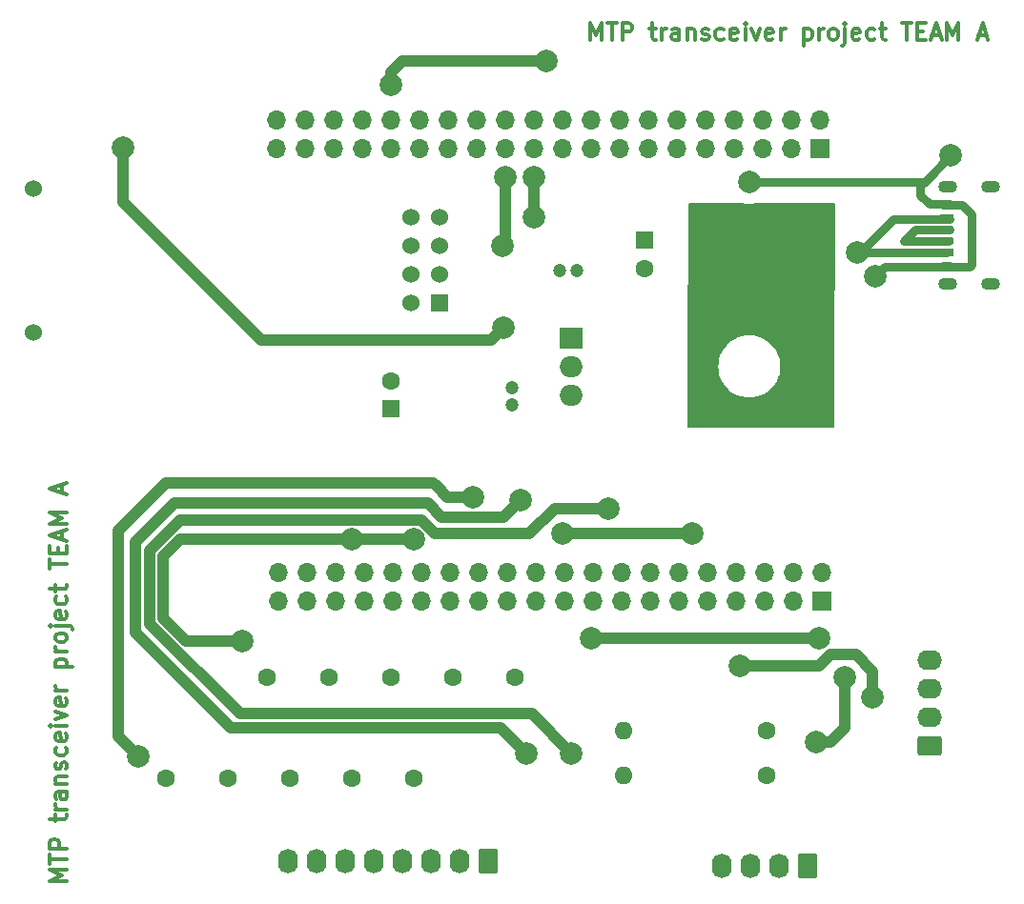
<source format=gtl>
G04 #@! TF.GenerationSoftware,KiCad,Pcbnew,8.0.5*
G04 #@! TF.CreationDate,2024-10-16T23:16:24+02:00*
G04 #@! TF.ProjectId,raspberry_pi_hat,72617370-6265-4727-9279-5f70695f6861,rev?*
G04 #@! TF.SameCoordinates,Original*
G04 #@! TF.FileFunction,Copper,L1,Top*
G04 #@! TF.FilePolarity,Positive*
%FSLAX46Y46*%
G04 Gerber Fmt 4.6, Leading zero omitted, Abs format (unit mm)*
G04 Created by KiCad (PCBNEW 8.0.5) date 2024-10-16 23:16:24*
%MOMM*%
%LPD*%
G01*
G04 APERTURE LIST*
G04 Aperture macros list*
%AMRoundRect*
0 Rectangle with rounded corners*
0 $1 Rounding radius*
0 $2 $3 $4 $5 $6 $7 $8 $9 X,Y pos of 4 corners*
0 Add a 4 corners polygon primitive as box body*
4,1,4,$2,$3,$4,$5,$6,$7,$8,$9,$2,$3,0*
0 Add four circle primitives for the rounded corners*
1,1,$1+$1,$2,$3*
1,1,$1+$1,$4,$5*
1,1,$1+$1,$6,$7*
1,1,$1+$1,$8,$9*
0 Add four rect primitives between the rounded corners*
20,1,$1+$1,$2,$3,$4,$5,0*
20,1,$1+$1,$4,$5,$6,$7,0*
20,1,$1+$1,$6,$7,$8,$9,0*
20,1,$1+$1,$8,$9,$2,$3,0*%
%AMHorizOval*
0 Thick line with rounded ends*
0 $1 width*
0 $2 $3 position (X,Y) of the first rounded end (center of the circle)*
0 $4 $5 position (X,Y) of the second rounded end (center of the circle)*
0 Add line between two ends*
20,1,$1,$2,$3,$4,$5,0*
0 Add two circle primitives to create the rounded ends*
1,1,$1,$2,$3*
1,1,$1,$4,$5*%
G04 Aperture macros list end*
%ADD10C,0.300000*%
G04 #@! TA.AperFunction,NonConductor*
%ADD11C,0.300000*%
G04 #@! TD*
G04 #@! TA.AperFunction,ComponentPad*
%ADD12O,1.700000X1.700000*%
G04 #@! TD*
G04 #@! TA.AperFunction,ComponentPad*
%ADD13R,1.700000X1.700000*%
G04 #@! TD*
G04 #@! TA.AperFunction,ComponentPad*
%ADD14C,1.600000*%
G04 #@! TD*
G04 #@! TA.AperFunction,ComponentPad*
%ADD15HorizOval,1.600000X0.000000X0.000000X0.000000X0.000000X0*%
G04 #@! TD*
G04 #@! TA.AperFunction,SMDPad,CuDef*
%ADD16RoundRect,0.175000X0.425000X-0.175000X0.425000X0.175000X-0.425000X0.175000X-0.425000X-0.175000X0*%
G04 #@! TD*
G04 #@! TA.AperFunction,SMDPad,CuDef*
%ADD17RoundRect,0.190000X-0.410000X0.190000X-0.410000X-0.190000X0.410000X-0.190000X0.410000X0.190000X0*%
G04 #@! TD*
G04 #@! TA.AperFunction,SMDPad,CuDef*
%ADD18RoundRect,0.200000X-0.400000X0.200000X-0.400000X-0.200000X0.400000X-0.200000X0.400000X0.200000X0*%
G04 #@! TD*
G04 #@! TA.AperFunction,SMDPad,CuDef*
%ADD19RoundRect,0.175000X-0.425000X0.175000X-0.425000X-0.175000X0.425000X-0.175000X0.425000X0.175000X0*%
G04 #@! TD*
G04 #@! TA.AperFunction,SMDPad,CuDef*
%ADD20RoundRect,0.190000X0.410000X-0.190000X0.410000X0.190000X-0.410000X0.190000X-0.410000X-0.190000X0*%
G04 #@! TD*
G04 #@! TA.AperFunction,SMDPad,CuDef*
%ADD21RoundRect,0.200000X0.400000X-0.200000X0.400000X0.200000X-0.400000X0.200000X-0.400000X-0.200000X0*%
G04 #@! TD*
G04 #@! TA.AperFunction,ComponentPad*
%ADD22O,1.700000X1.100000*%
G04 #@! TD*
G04 #@! TA.AperFunction,ComponentPad*
%ADD23C,1.200000*%
G04 #@! TD*
G04 #@! TA.AperFunction,ComponentPad*
%ADD24RoundRect,0.250000X0.845000X-0.620000X0.845000X0.620000X-0.845000X0.620000X-0.845000X-0.620000X0*%
G04 #@! TD*
G04 #@! TA.AperFunction,ComponentPad*
%ADD25O,2.190000X1.740000*%
G04 #@! TD*
G04 #@! TA.AperFunction,ComponentPad*
%ADD26O,2.000000X1.905000*%
G04 #@! TD*
G04 #@! TA.AperFunction,ComponentPad*
%ADD27R,2.000000X1.905000*%
G04 #@! TD*
G04 #@! TA.AperFunction,ComponentPad*
%ADD28C,1.524000*%
G04 #@! TD*
G04 #@! TA.AperFunction,ComponentPad*
%ADD29R,1.524000X1.524000*%
G04 #@! TD*
G04 #@! TA.AperFunction,ComponentPad*
%ADD30RoundRect,0.250000X0.620000X0.845000X-0.620000X0.845000X-0.620000X-0.845000X0.620000X-0.845000X0*%
G04 #@! TD*
G04 #@! TA.AperFunction,ComponentPad*
%ADD31O,1.740000X2.190000*%
G04 #@! TD*
G04 #@! TA.AperFunction,ComponentPad*
%ADD32O,1.600000X1.600000*%
G04 #@! TD*
G04 #@! TA.AperFunction,ComponentPad*
%ADD33R,1.600000X1.600000*%
G04 #@! TD*
G04 #@! TA.AperFunction,ViaPad*
%ADD34C,2.000000*%
G04 #@! TD*
G04 #@! TA.AperFunction,Conductor*
%ADD35C,1.000000*%
G04 #@! TD*
G04 #@! TA.AperFunction,Conductor*
%ADD36C,0.800000*%
G04 #@! TD*
G04 APERTURE END LIST*
D10*
D11*
X137654510Y-125500828D02*
X137654510Y-124000828D01*
X137654510Y-124000828D02*
X138154510Y-125072257D01*
X138154510Y-125072257D02*
X138654510Y-124000828D01*
X138654510Y-124000828D02*
X138654510Y-125500828D01*
X139154511Y-124000828D02*
X140011654Y-124000828D01*
X139583082Y-125500828D02*
X139583082Y-124000828D01*
X140511653Y-125500828D02*
X140511653Y-124000828D01*
X140511653Y-124000828D02*
X141083082Y-124000828D01*
X141083082Y-124000828D02*
X141225939Y-124072257D01*
X141225939Y-124072257D02*
X141297368Y-124143685D01*
X141297368Y-124143685D02*
X141368796Y-124286542D01*
X141368796Y-124286542D02*
X141368796Y-124500828D01*
X141368796Y-124500828D02*
X141297368Y-124643685D01*
X141297368Y-124643685D02*
X141225939Y-124715114D01*
X141225939Y-124715114D02*
X141083082Y-124786542D01*
X141083082Y-124786542D02*
X140511653Y-124786542D01*
X142940225Y-124500828D02*
X143511653Y-124500828D01*
X143154510Y-124000828D02*
X143154510Y-125286542D01*
X143154510Y-125286542D02*
X143225939Y-125429400D01*
X143225939Y-125429400D02*
X143368796Y-125500828D01*
X143368796Y-125500828D02*
X143511653Y-125500828D01*
X144011653Y-125500828D02*
X144011653Y-124500828D01*
X144011653Y-124786542D02*
X144083082Y-124643685D01*
X144083082Y-124643685D02*
X144154511Y-124572257D01*
X144154511Y-124572257D02*
X144297368Y-124500828D01*
X144297368Y-124500828D02*
X144440225Y-124500828D01*
X145583082Y-125500828D02*
X145583082Y-124715114D01*
X145583082Y-124715114D02*
X145511653Y-124572257D01*
X145511653Y-124572257D02*
X145368796Y-124500828D01*
X145368796Y-124500828D02*
X145083082Y-124500828D01*
X145083082Y-124500828D02*
X144940224Y-124572257D01*
X145583082Y-125429400D02*
X145440224Y-125500828D01*
X145440224Y-125500828D02*
X145083082Y-125500828D01*
X145083082Y-125500828D02*
X144940224Y-125429400D01*
X144940224Y-125429400D02*
X144868796Y-125286542D01*
X144868796Y-125286542D02*
X144868796Y-125143685D01*
X144868796Y-125143685D02*
X144940224Y-125000828D01*
X144940224Y-125000828D02*
X145083082Y-124929400D01*
X145083082Y-124929400D02*
X145440224Y-124929400D01*
X145440224Y-124929400D02*
X145583082Y-124857971D01*
X146297367Y-124500828D02*
X146297367Y-125500828D01*
X146297367Y-124643685D02*
X146368796Y-124572257D01*
X146368796Y-124572257D02*
X146511653Y-124500828D01*
X146511653Y-124500828D02*
X146725939Y-124500828D01*
X146725939Y-124500828D02*
X146868796Y-124572257D01*
X146868796Y-124572257D02*
X146940225Y-124715114D01*
X146940225Y-124715114D02*
X146940225Y-125500828D01*
X147583082Y-125429400D02*
X147725939Y-125500828D01*
X147725939Y-125500828D02*
X148011653Y-125500828D01*
X148011653Y-125500828D02*
X148154510Y-125429400D01*
X148154510Y-125429400D02*
X148225939Y-125286542D01*
X148225939Y-125286542D02*
X148225939Y-125215114D01*
X148225939Y-125215114D02*
X148154510Y-125072257D01*
X148154510Y-125072257D02*
X148011653Y-125000828D01*
X148011653Y-125000828D02*
X147797368Y-125000828D01*
X147797368Y-125000828D02*
X147654510Y-124929400D01*
X147654510Y-124929400D02*
X147583082Y-124786542D01*
X147583082Y-124786542D02*
X147583082Y-124715114D01*
X147583082Y-124715114D02*
X147654510Y-124572257D01*
X147654510Y-124572257D02*
X147797368Y-124500828D01*
X147797368Y-124500828D02*
X148011653Y-124500828D01*
X148011653Y-124500828D02*
X148154510Y-124572257D01*
X149511654Y-125429400D02*
X149368796Y-125500828D01*
X149368796Y-125500828D02*
X149083082Y-125500828D01*
X149083082Y-125500828D02*
X148940225Y-125429400D01*
X148940225Y-125429400D02*
X148868796Y-125357971D01*
X148868796Y-125357971D02*
X148797368Y-125215114D01*
X148797368Y-125215114D02*
X148797368Y-124786542D01*
X148797368Y-124786542D02*
X148868796Y-124643685D01*
X148868796Y-124643685D02*
X148940225Y-124572257D01*
X148940225Y-124572257D02*
X149083082Y-124500828D01*
X149083082Y-124500828D02*
X149368796Y-124500828D01*
X149368796Y-124500828D02*
X149511654Y-124572257D01*
X150725939Y-125429400D02*
X150583082Y-125500828D01*
X150583082Y-125500828D02*
X150297368Y-125500828D01*
X150297368Y-125500828D02*
X150154510Y-125429400D01*
X150154510Y-125429400D02*
X150083082Y-125286542D01*
X150083082Y-125286542D02*
X150083082Y-124715114D01*
X150083082Y-124715114D02*
X150154510Y-124572257D01*
X150154510Y-124572257D02*
X150297368Y-124500828D01*
X150297368Y-124500828D02*
X150583082Y-124500828D01*
X150583082Y-124500828D02*
X150725939Y-124572257D01*
X150725939Y-124572257D02*
X150797368Y-124715114D01*
X150797368Y-124715114D02*
X150797368Y-124857971D01*
X150797368Y-124857971D02*
X150083082Y-125000828D01*
X151440224Y-125500828D02*
X151440224Y-124500828D01*
X151440224Y-124000828D02*
X151368796Y-124072257D01*
X151368796Y-124072257D02*
X151440224Y-124143685D01*
X151440224Y-124143685D02*
X151511653Y-124072257D01*
X151511653Y-124072257D02*
X151440224Y-124000828D01*
X151440224Y-124000828D02*
X151440224Y-124143685D01*
X152011653Y-124500828D02*
X152368796Y-125500828D01*
X152368796Y-125500828D02*
X152725939Y-124500828D01*
X153868796Y-125429400D02*
X153725939Y-125500828D01*
X153725939Y-125500828D02*
X153440225Y-125500828D01*
X153440225Y-125500828D02*
X153297367Y-125429400D01*
X153297367Y-125429400D02*
X153225939Y-125286542D01*
X153225939Y-125286542D02*
X153225939Y-124715114D01*
X153225939Y-124715114D02*
X153297367Y-124572257D01*
X153297367Y-124572257D02*
X153440225Y-124500828D01*
X153440225Y-124500828D02*
X153725939Y-124500828D01*
X153725939Y-124500828D02*
X153868796Y-124572257D01*
X153868796Y-124572257D02*
X153940225Y-124715114D01*
X153940225Y-124715114D02*
X153940225Y-124857971D01*
X153940225Y-124857971D02*
X153225939Y-125000828D01*
X154583081Y-125500828D02*
X154583081Y-124500828D01*
X154583081Y-124786542D02*
X154654510Y-124643685D01*
X154654510Y-124643685D02*
X154725939Y-124572257D01*
X154725939Y-124572257D02*
X154868796Y-124500828D01*
X154868796Y-124500828D02*
X155011653Y-124500828D01*
X156654509Y-124500828D02*
X156654509Y-126000828D01*
X156654509Y-124572257D02*
X156797367Y-124500828D01*
X156797367Y-124500828D02*
X157083081Y-124500828D01*
X157083081Y-124500828D02*
X157225938Y-124572257D01*
X157225938Y-124572257D02*
X157297367Y-124643685D01*
X157297367Y-124643685D02*
X157368795Y-124786542D01*
X157368795Y-124786542D02*
X157368795Y-125215114D01*
X157368795Y-125215114D02*
X157297367Y-125357971D01*
X157297367Y-125357971D02*
X157225938Y-125429400D01*
X157225938Y-125429400D02*
X157083081Y-125500828D01*
X157083081Y-125500828D02*
X156797367Y-125500828D01*
X156797367Y-125500828D02*
X156654509Y-125429400D01*
X158011652Y-125500828D02*
X158011652Y-124500828D01*
X158011652Y-124786542D02*
X158083081Y-124643685D01*
X158083081Y-124643685D02*
X158154510Y-124572257D01*
X158154510Y-124572257D02*
X158297367Y-124500828D01*
X158297367Y-124500828D02*
X158440224Y-124500828D01*
X159154509Y-125500828D02*
X159011652Y-125429400D01*
X159011652Y-125429400D02*
X158940223Y-125357971D01*
X158940223Y-125357971D02*
X158868795Y-125215114D01*
X158868795Y-125215114D02*
X158868795Y-124786542D01*
X158868795Y-124786542D02*
X158940223Y-124643685D01*
X158940223Y-124643685D02*
X159011652Y-124572257D01*
X159011652Y-124572257D02*
X159154509Y-124500828D01*
X159154509Y-124500828D02*
X159368795Y-124500828D01*
X159368795Y-124500828D02*
X159511652Y-124572257D01*
X159511652Y-124572257D02*
X159583081Y-124643685D01*
X159583081Y-124643685D02*
X159654509Y-124786542D01*
X159654509Y-124786542D02*
X159654509Y-125215114D01*
X159654509Y-125215114D02*
X159583081Y-125357971D01*
X159583081Y-125357971D02*
X159511652Y-125429400D01*
X159511652Y-125429400D02*
X159368795Y-125500828D01*
X159368795Y-125500828D02*
X159154509Y-125500828D01*
X160297366Y-124500828D02*
X160297366Y-125786542D01*
X160297366Y-125786542D02*
X160225938Y-125929400D01*
X160225938Y-125929400D02*
X160083081Y-126000828D01*
X160083081Y-126000828D02*
X160011652Y-126000828D01*
X160297366Y-124000828D02*
X160225938Y-124072257D01*
X160225938Y-124072257D02*
X160297366Y-124143685D01*
X160297366Y-124143685D02*
X160368795Y-124072257D01*
X160368795Y-124072257D02*
X160297366Y-124000828D01*
X160297366Y-124000828D02*
X160297366Y-124143685D01*
X161583081Y-125429400D02*
X161440224Y-125500828D01*
X161440224Y-125500828D02*
X161154510Y-125500828D01*
X161154510Y-125500828D02*
X161011652Y-125429400D01*
X161011652Y-125429400D02*
X160940224Y-125286542D01*
X160940224Y-125286542D02*
X160940224Y-124715114D01*
X160940224Y-124715114D02*
X161011652Y-124572257D01*
X161011652Y-124572257D02*
X161154510Y-124500828D01*
X161154510Y-124500828D02*
X161440224Y-124500828D01*
X161440224Y-124500828D02*
X161583081Y-124572257D01*
X161583081Y-124572257D02*
X161654510Y-124715114D01*
X161654510Y-124715114D02*
X161654510Y-124857971D01*
X161654510Y-124857971D02*
X160940224Y-125000828D01*
X162940224Y-125429400D02*
X162797366Y-125500828D01*
X162797366Y-125500828D02*
X162511652Y-125500828D01*
X162511652Y-125500828D02*
X162368795Y-125429400D01*
X162368795Y-125429400D02*
X162297366Y-125357971D01*
X162297366Y-125357971D02*
X162225938Y-125215114D01*
X162225938Y-125215114D02*
X162225938Y-124786542D01*
X162225938Y-124786542D02*
X162297366Y-124643685D01*
X162297366Y-124643685D02*
X162368795Y-124572257D01*
X162368795Y-124572257D02*
X162511652Y-124500828D01*
X162511652Y-124500828D02*
X162797366Y-124500828D01*
X162797366Y-124500828D02*
X162940224Y-124572257D01*
X163368795Y-124500828D02*
X163940223Y-124500828D01*
X163583080Y-124000828D02*
X163583080Y-125286542D01*
X163583080Y-125286542D02*
X163654509Y-125429400D01*
X163654509Y-125429400D02*
X163797366Y-125500828D01*
X163797366Y-125500828D02*
X163940223Y-125500828D01*
X165368795Y-124000828D02*
X166225938Y-124000828D01*
X165797366Y-125500828D02*
X165797366Y-124000828D01*
X166725937Y-124715114D02*
X167225937Y-124715114D01*
X167440223Y-125500828D02*
X166725937Y-125500828D01*
X166725937Y-125500828D02*
X166725937Y-124000828D01*
X166725937Y-124000828D02*
X167440223Y-124000828D01*
X168011652Y-125072257D02*
X168725938Y-125072257D01*
X167868795Y-125500828D02*
X168368795Y-124000828D01*
X168368795Y-124000828D02*
X168868795Y-125500828D01*
X169368794Y-125500828D02*
X169368794Y-124000828D01*
X169368794Y-124000828D02*
X169868794Y-125072257D01*
X169868794Y-125072257D02*
X170368794Y-124000828D01*
X170368794Y-124000828D02*
X170368794Y-125500828D01*
X172154509Y-125072257D02*
X172868795Y-125072257D01*
X172011652Y-125500828D02*
X172511652Y-124000828D01*
X172511652Y-124000828D02*
X173011652Y-125500828D01*
D10*
D11*
X91200828Y-200245489D02*
X89700828Y-200245489D01*
X89700828Y-200245489D02*
X90772257Y-199745489D01*
X90772257Y-199745489D02*
X89700828Y-199245489D01*
X89700828Y-199245489D02*
X91200828Y-199245489D01*
X89700828Y-198745488D02*
X89700828Y-197888346D01*
X91200828Y-198316917D02*
X89700828Y-198316917D01*
X91200828Y-197388346D02*
X89700828Y-197388346D01*
X89700828Y-197388346D02*
X89700828Y-196816917D01*
X89700828Y-196816917D02*
X89772257Y-196674060D01*
X89772257Y-196674060D02*
X89843685Y-196602631D01*
X89843685Y-196602631D02*
X89986542Y-196531203D01*
X89986542Y-196531203D02*
X90200828Y-196531203D01*
X90200828Y-196531203D02*
X90343685Y-196602631D01*
X90343685Y-196602631D02*
X90415114Y-196674060D01*
X90415114Y-196674060D02*
X90486542Y-196816917D01*
X90486542Y-196816917D02*
X90486542Y-197388346D01*
X90200828Y-194959774D02*
X90200828Y-194388346D01*
X89700828Y-194745489D02*
X90986542Y-194745489D01*
X90986542Y-194745489D02*
X91129400Y-194674060D01*
X91129400Y-194674060D02*
X91200828Y-194531203D01*
X91200828Y-194531203D02*
X91200828Y-194388346D01*
X91200828Y-193888346D02*
X90200828Y-193888346D01*
X90486542Y-193888346D02*
X90343685Y-193816917D01*
X90343685Y-193816917D02*
X90272257Y-193745489D01*
X90272257Y-193745489D02*
X90200828Y-193602631D01*
X90200828Y-193602631D02*
X90200828Y-193459774D01*
X91200828Y-192316918D02*
X90415114Y-192316918D01*
X90415114Y-192316918D02*
X90272257Y-192388346D01*
X90272257Y-192388346D02*
X90200828Y-192531203D01*
X90200828Y-192531203D02*
X90200828Y-192816918D01*
X90200828Y-192816918D02*
X90272257Y-192959775D01*
X91129400Y-192316918D02*
X91200828Y-192459775D01*
X91200828Y-192459775D02*
X91200828Y-192816918D01*
X91200828Y-192816918D02*
X91129400Y-192959775D01*
X91129400Y-192959775D02*
X90986542Y-193031203D01*
X90986542Y-193031203D02*
X90843685Y-193031203D01*
X90843685Y-193031203D02*
X90700828Y-192959775D01*
X90700828Y-192959775D02*
X90629400Y-192816918D01*
X90629400Y-192816918D02*
X90629400Y-192459775D01*
X90629400Y-192459775D02*
X90557971Y-192316918D01*
X90200828Y-191602632D02*
X91200828Y-191602632D01*
X90343685Y-191602632D02*
X90272257Y-191531203D01*
X90272257Y-191531203D02*
X90200828Y-191388346D01*
X90200828Y-191388346D02*
X90200828Y-191174060D01*
X90200828Y-191174060D02*
X90272257Y-191031203D01*
X90272257Y-191031203D02*
X90415114Y-190959775D01*
X90415114Y-190959775D02*
X91200828Y-190959775D01*
X91129400Y-190316917D02*
X91200828Y-190174060D01*
X91200828Y-190174060D02*
X91200828Y-189888346D01*
X91200828Y-189888346D02*
X91129400Y-189745489D01*
X91129400Y-189745489D02*
X90986542Y-189674060D01*
X90986542Y-189674060D02*
X90915114Y-189674060D01*
X90915114Y-189674060D02*
X90772257Y-189745489D01*
X90772257Y-189745489D02*
X90700828Y-189888346D01*
X90700828Y-189888346D02*
X90700828Y-190102632D01*
X90700828Y-190102632D02*
X90629400Y-190245489D01*
X90629400Y-190245489D02*
X90486542Y-190316917D01*
X90486542Y-190316917D02*
X90415114Y-190316917D01*
X90415114Y-190316917D02*
X90272257Y-190245489D01*
X90272257Y-190245489D02*
X90200828Y-190102632D01*
X90200828Y-190102632D02*
X90200828Y-189888346D01*
X90200828Y-189888346D02*
X90272257Y-189745489D01*
X91129400Y-188388346D02*
X91200828Y-188531203D01*
X91200828Y-188531203D02*
X91200828Y-188816917D01*
X91200828Y-188816917D02*
X91129400Y-188959774D01*
X91129400Y-188959774D02*
X91057971Y-189031203D01*
X91057971Y-189031203D02*
X90915114Y-189102631D01*
X90915114Y-189102631D02*
X90486542Y-189102631D01*
X90486542Y-189102631D02*
X90343685Y-189031203D01*
X90343685Y-189031203D02*
X90272257Y-188959774D01*
X90272257Y-188959774D02*
X90200828Y-188816917D01*
X90200828Y-188816917D02*
X90200828Y-188531203D01*
X90200828Y-188531203D02*
X90272257Y-188388346D01*
X91129400Y-187174060D02*
X91200828Y-187316917D01*
X91200828Y-187316917D02*
X91200828Y-187602632D01*
X91200828Y-187602632D02*
X91129400Y-187745489D01*
X91129400Y-187745489D02*
X90986542Y-187816917D01*
X90986542Y-187816917D02*
X90415114Y-187816917D01*
X90415114Y-187816917D02*
X90272257Y-187745489D01*
X90272257Y-187745489D02*
X90200828Y-187602632D01*
X90200828Y-187602632D02*
X90200828Y-187316917D01*
X90200828Y-187316917D02*
X90272257Y-187174060D01*
X90272257Y-187174060D02*
X90415114Y-187102632D01*
X90415114Y-187102632D02*
X90557971Y-187102632D01*
X90557971Y-187102632D02*
X90700828Y-187816917D01*
X91200828Y-186459775D02*
X90200828Y-186459775D01*
X89700828Y-186459775D02*
X89772257Y-186531203D01*
X89772257Y-186531203D02*
X89843685Y-186459775D01*
X89843685Y-186459775D02*
X89772257Y-186388346D01*
X89772257Y-186388346D02*
X89700828Y-186459775D01*
X89700828Y-186459775D02*
X89843685Y-186459775D01*
X90200828Y-185888346D02*
X91200828Y-185531203D01*
X91200828Y-185531203D02*
X90200828Y-185174060D01*
X91129400Y-184031203D02*
X91200828Y-184174060D01*
X91200828Y-184174060D02*
X91200828Y-184459775D01*
X91200828Y-184459775D02*
X91129400Y-184602632D01*
X91129400Y-184602632D02*
X90986542Y-184674060D01*
X90986542Y-184674060D02*
X90415114Y-184674060D01*
X90415114Y-184674060D02*
X90272257Y-184602632D01*
X90272257Y-184602632D02*
X90200828Y-184459775D01*
X90200828Y-184459775D02*
X90200828Y-184174060D01*
X90200828Y-184174060D02*
X90272257Y-184031203D01*
X90272257Y-184031203D02*
X90415114Y-183959775D01*
X90415114Y-183959775D02*
X90557971Y-183959775D01*
X90557971Y-183959775D02*
X90700828Y-184674060D01*
X91200828Y-183316918D02*
X90200828Y-183316918D01*
X90486542Y-183316918D02*
X90343685Y-183245489D01*
X90343685Y-183245489D02*
X90272257Y-183174061D01*
X90272257Y-183174061D02*
X90200828Y-183031203D01*
X90200828Y-183031203D02*
X90200828Y-182888346D01*
X90200828Y-181245490D02*
X91700828Y-181245490D01*
X90272257Y-181245490D02*
X90200828Y-181102633D01*
X90200828Y-181102633D02*
X90200828Y-180816918D01*
X90200828Y-180816918D02*
X90272257Y-180674061D01*
X90272257Y-180674061D02*
X90343685Y-180602633D01*
X90343685Y-180602633D02*
X90486542Y-180531204D01*
X90486542Y-180531204D02*
X90915114Y-180531204D01*
X90915114Y-180531204D02*
X91057971Y-180602633D01*
X91057971Y-180602633D02*
X91129400Y-180674061D01*
X91129400Y-180674061D02*
X91200828Y-180816918D01*
X91200828Y-180816918D02*
X91200828Y-181102633D01*
X91200828Y-181102633D02*
X91129400Y-181245490D01*
X91200828Y-179888347D02*
X90200828Y-179888347D01*
X90486542Y-179888347D02*
X90343685Y-179816918D01*
X90343685Y-179816918D02*
X90272257Y-179745490D01*
X90272257Y-179745490D02*
X90200828Y-179602632D01*
X90200828Y-179602632D02*
X90200828Y-179459775D01*
X91200828Y-178745490D02*
X91129400Y-178888347D01*
X91129400Y-178888347D02*
X91057971Y-178959776D01*
X91057971Y-178959776D02*
X90915114Y-179031204D01*
X90915114Y-179031204D02*
X90486542Y-179031204D01*
X90486542Y-179031204D02*
X90343685Y-178959776D01*
X90343685Y-178959776D02*
X90272257Y-178888347D01*
X90272257Y-178888347D02*
X90200828Y-178745490D01*
X90200828Y-178745490D02*
X90200828Y-178531204D01*
X90200828Y-178531204D02*
X90272257Y-178388347D01*
X90272257Y-178388347D02*
X90343685Y-178316919D01*
X90343685Y-178316919D02*
X90486542Y-178245490D01*
X90486542Y-178245490D02*
X90915114Y-178245490D01*
X90915114Y-178245490D02*
X91057971Y-178316919D01*
X91057971Y-178316919D02*
X91129400Y-178388347D01*
X91129400Y-178388347D02*
X91200828Y-178531204D01*
X91200828Y-178531204D02*
X91200828Y-178745490D01*
X90200828Y-177602633D02*
X91486542Y-177602633D01*
X91486542Y-177602633D02*
X91629400Y-177674061D01*
X91629400Y-177674061D02*
X91700828Y-177816918D01*
X91700828Y-177816918D02*
X91700828Y-177888347D01*
X89700828Y-177602633D02*
X89772257Y-177674061D01*
X89772257Y-177674061D02*
X89843685Y-177602633D01*
X89843685Y-177602633D02*
X89772257Y-177531204D01*
X89772257Y-177531204D02*
X89700828Y-177602633D01*
X89700828Y-177602633D02*
X89843685Y-177602633D01*
X91129400Y-176316918D02*
X91200828Y-176459775D01*
X91200828Y-176459775D02*
X91200828Y-176745490D01*
X91200828Y-176745490D02*
X91129400Y-176888347D01*
X91129400Y-176888347D02*
X90986542Y-176959775D01*
X90986542Y-176959775D02*
X90415114Y-176959775D01*
X90415114Y-176959775D02*
X90272257Y-176888347D01*
X90272257Y-176888347D02*
X90200828Y-176745490D01*
X90200828Y-176745490D02*
X90200828Y-176459775D01*
X90200828Y-176459775D02*
X90272257Y-176316918D01*
X90272257Y-176316918D02*
X90415114Y-176245490D01*
X90415114Y-176245490D02*
X90557971Y-176245490D01*
X90557971Y-176245490D02*
X90700828Y-176959775D01*
X91129400Y-174959776D02*
X91200828Y-175102633D01*
X91200828Y-175102633D02*
X91200828Y-175388347D01*
X91200828Y-175388347D02*
X91129400Y-175531204D01*
X91129400Y-175531204D02*
X91057971Y-175602633D01*
X91057971Y-175602633D02*
X90915114Y-175674061D01*
X90915114Y-175674061D02*
X90486542Y-175674061D01*
X90486542Y-175674061D02*
X90343685Y-175602633D01*
X90343685Y-175602633D02*
X90272257Y-175531204D01*
X90272257Y-175531204D02*
X90200828Y-175388347D01*
X90200828Y-175388347D02*
X90200828Y-175102633D01*
X90200828Y-175102633D02*
X90272257Y-174959776D01*
X90200828Y-174531204D02*
X90200828Y-173959776D01*
X89700828Y-174316919D02*
X90986542Y-174316919D01*
X90986542Y-174316919D02*
X91129400Y-174245490D01*
X91129400Y-174245490D02*
X91200828Y-174102633D01*
X91200828Y-174102633D02*
X91200828Y-173959776D01*
X89700828Y-172531204D02*
X89700828Y-171674062D01*
X91200828Y-172102633D02*
X89700828Y-172102633D01*
X90415114Y-171174062D02*
X90415114Y-170674062D01*
X91200828Y-170459776D02*
X91200828Y-171174062D01*
X91200828Y-171174062D02*
X89700828Y-171174062D01*
X89700828Y-171174062D02*
X89700828Y-170459776D01*
X90772257Y-169888347D02*
X90772257Y-169174062D01*
X91200828Y-170031204D02*
X89700828Y-169531204D01*
X89700828Y-169531204D02*
X91200828Y-169031204D01*
X91200828Y-168531205D02*
X89700828Y-168531205D01*
X89700828Y-168531205D02*
X90772257Y-168031205D01*
X90772257Y-168031205D02*
X89700828Y-167531205D01*
X89700828Y-167531205D02*
X91200828Y-167531205D01*
X90772257Y-165745490D02*
X90772257Y-165031205D01*
X91200828Y-165888347D02*
X89700828Y-165388347D01*
X89700828Y-165388347D02*
X91200828Y-164888347D01*
D12*
X109955000Y-172842500D03*
X109955000Y-175382500D03*
X112495000Y-172842500D03*
X112495000Y-175382500D03*
X115035000Y-172842500D03*
X115035000Y-175382500D03*
X117575000Y-172842500D03*
X117575000Y-175382500D03*
X120115000Y-172842500D03*
X120115000Y-175382500D03*
X122655000Y-172842500D03*
X122655000Y-175382500D03*
X125195000Y-172842500D03*
X125195000Y-175382500D03*
X127735000Y-172842500D03*
X127735000Y-175382500D03*
X130275000Y-172842500D03*
X130275000Y-175382500D03*
X132815000Y-172842500D03*
X132815000Y-175382500D03*
X135355000Y-172842500D03*
X135355000Y-175382500D03*
X137895000Y-172842500D03*
X137895000Y-175382500D03*
X140435000Y-172842500D03*
X140435000Y-175382500D03*
X142975000Y-172842500D03*
X142975000Y-175382500D03*
X145515000Y-172842500D03*
X145515000Y-175382500D03*
X148055000Y-172842500D03*
X148055000Y-175382500D03*
X150595000Y-172842500D03*
X150595000Y-175382500D03*
X153135000Y-172842500D03*
X153135000Y-175382500D03*
X155675000Y-172842500D03*
X155675000Y-175382500D03*
X158215000Y-172842500D03*
D13*
X158215000Y-175382500D03*
D12*
X109795000Y-132605000D03*
X109795000Y-135145000D03*
X112335000Y-132605000D03*
X112335000Y-135145000D03*
X114875000Y-132605000D03*
X114875000Y-135145000D03*
X117415000Y-132605000D03*
X117415000Y-135145000D03*
X119955000Y-132605000D03*
X119955000Y-135145000D03*
X122495000Y-132605000D03*
X122495000Y-135145000D03*
X125035000Y-132605000D03*
X125035000Y-135145000D03*
X127575000Y-132605000D03*
X127575000Y-135145000D03*
X130115000Y-132605000D03*
X130115000Y-135145000D03*
X132655000Y-132605000D03*
X132655000Y-135145000D03*
X135195000Y-132605000D03*
X135195000Y-135145000D03*
X137735000Y-132605000D03*
X137735000Y-135145000D03*
X140275000Y-132605000D03*
X140275000Y-135145000D03*
X142815000Y-132605000D03*
X142815000Y-135145000D03*
X145355000Y-132605000D03*
X145355000Y-135145000D03*
X147895000Y-132605000D03*
X147895000Y-135145000D03*
X150435000Y-132605000D03*
X150435000Y-135145000D03*
X152975000Y-132605000D03*
X152975000Y-135145000D03*
X155515000Y-132605000D03*
X155515000Y-135145000D03*
X158055000Y-132605000D03*
D13*
X158055000Y-135145000D03*
D14*
X119990128Y-182172372D03*
D15*
X111009872Y-191152628D03*
D16*
X169320000Y-143400000D03*
D17*
X169320000Y-141380000D03*
D18*
X169320000Y-140150000D03*
D19*
X169320000Y-142400000D03*
D20*
X169320000Y-144420000D03*
D21*
X169320000Y-145650000D03*
D22*
X169400000Y-147220000D03*
X173200000Y-147220000D03*
X169400000Y-138580000D03*
X173200000Y-138580000D03*
D23*
X130700000Y-157950000D03*
X130700000Y-156450000D03*
D24*
X167790000Y-188292500D03*
D25*
X167790000Y-185752500D03*
X167790000Y-183212500D03*
X167790000Y-180672500D03*
D26*
X136000000Y-157080000D03*
X136000000Y-154540000D03*
D27*
X136000000Y-152000000D03*
D14*
X108990128Y-182172372D03*
D15*
X100009872Y-191152628D03*
D28*
X88187500Y-138712500D03*
X88187500Y-151512500D03*
X121747600Y-141292500D03*
X124287500Y-141292500D03*
X121747600Y-143832500D03*
X124287500Y-143832500D03*
X121747600Y-146372500D03*
X124287500Y-146372500D03*
X121747600Y-148912500D03*
D29*
X124287500Y-148912500D03*
D30*
X157000000Y-198912500D03*
D31*
X154460000Y-198912500D03*
X151920000Y-198912500D03*
X149380000Y-198912500D03*
D14*
X125500000Y-182172372D03*
D15*
X116519744Y-191152628D03*
D30*
X128640000Y-198537500D03*
D31*
X126100000Y-198537500D03*
X123560000Y-198537500D03*
X121020000Y-198537500D03*
X118480000Y-198537500D03*
X115940000Y-198537500D03*
X113400000Y-198537500D03*
X110860000Y-198537500D03*
D14*
X114490128Y-182172372D03*
D15*
X105509872Y-191152628D03*
D14*
X153350000Y-186912500D03*
D32*
X140650000Y-186912500D03*
D33*
X142500000Y-143294888D03*
D14*
X142500000Y-145794888D03*
X153350000Y-190912500D03*
D32*
X140650000Y-190912500D03*
D33*
X120000000Y-158305112D03*
D14*
X120000000Y-155805112D03*
D23*
X135000000Y-146000000D03*
X136500000Y-146000000D03*
D15*
X122009872Y-191152628D03*
D14*
X130990128Y-182172372D03*
D34*
X136000000Y-188912500D03*
X132000000Y-188912500D03*
X97500000Y-189162500D03*
X146750000Y-169412500D03*
X135250000Y-169412500D03*
X139250000Y-167162500D03*
X131500000Y-166412500D03*
X127250000Y-166162500D03*
X106750000Y-178912500D03*
X122000000Y-169912500D03*
X116500000Y-169912500D03*
X151000000Y-181162500D03*
X157750000Y-187912500D03*
X160250000Y-182162500D03*
X162750000Y-183912500D03*
X137750000Y-178662500D03*
X158000000Y-178662500D03*
X151800000Y-138100000D03*
X96200000Y-135100000D03*
X130000000Y-151100000D03*
X132700000Y-141300000D03*
X132700000Y-137700000D03*
X130100000Y-137700000D03*
X129900000Y-143832500D03*
X133800000Y-127400000D03*
X120000000Y-129500000D03*
X169700000Y-135800000D03*
X161400000Y-144400000D03*
X163000000Y-146500000D03*
D35*
X130000000Y-167912500D02*
X131500000Y-166412500D01*
X123250000Y-166662500D02*
X124500000Y-167912500D01*
X105750000Y-186662500D02*
X97250000Y-178162500D01*
X129750000Y-186662500D02*
X105750000Y-186662500D01*
X100750000Y-166662500D02*
X123250000Y-166662500D01*
X132000000Y-188912500D02*
X129750000Y-186662500D01*
X97250000Y-170162500D02*
X100750000Y-166662500D01*
X97250000Y-178162500D02*
X97250000Y-170162500D01*
X124500000Y-167912500D02*
X130000000Y-167912500D01*
X134500000Y-167162500D02*
X139250000Y-167162500D01*
X132250000Y-169412500D02*
X134500000Y-167162500D01*
X122704164Y-168212500D02*
X123904164Y-169412500D01*
X123904164Y-169412500D02*
X132250000Y-169412500D01*
X101252944Y-168212500D02*
X122704164Y-168212500D01*
X98550000Y-170915444D02*
X101252944Y-168212500D01*
X132500000Y-185412500D02*
X106552944Y-185412500D01*
X136000000Y-188912500D02*
X132500000Y-185412500D01*
X98550000Y-177409556D02*
X98550000Y-170915444D01*
X106552944Y-185412500D02*
X98550000Y-177409556D01*
X95750000Y-169162500D02*
X95750000Y-187412500D01*
X123728238Y-164890738D02*
X100239697Y-164890738D01*
X100239697Y-164890738D02*
X100021762Y-164890738D01*
X124000000Y-165162500D02*
X123728238Y-164890738D01*
X125000000Y-166162500D02*
X124000000Y-165162500D01*
X95750000Y-187412500D02*
X97500000Y-189162500D01*
X127250000Y-166162500D02*
X125000000Y-166162500D01*
X100021762Y-164890738D02*
X95750000Y-169162500D01*
X135250000Y-169412500D02*
X146750000Y-169412500D01*
X99750000Y-176912500D02*
X99750000Y-171412500D01*
X99750000Y-171412500D02*
X101250000Y-169912500D01*
X101250000Y-169912500D02*
X116500000Y-169912500D01*
X101750000Y-178912500D02*
X99750000Y-176912500D01*
X106750000Y-178912500D02*
X101750000Y-178912500D01*
X116500000Y-169912500D02*
X122000000Y-169912500D01*
X159000000Y-180162500D02*
X158000000Y-181162500D01*
X158000000Y-181162500D02*
X151000000Y-181162500D01*
X161250000Y-180162500D02*
X159000000Y-180162500D01*
X162750000Y-181662500D02*
X161250000Y-180162500D01*
X162750000Y-183912500D02*
X162750000Y-181662500D01*
X159000000Y-187912500D02*
X157750000Y-187912500D01*
X160250000Y-186662500D02*
X159000000Y-187912500D01*
X160250000Y-182162500D02*
X160250000Y-186662500D01*
X158000000Y-178662500D02*
X137750000Y-178662500D01*
D36*
X151800000Y-138100000D02*
X167400000Y-138100000D01*
X167800000Y-140100000D02*
X169570000Y-140100000D01*
X167000000Y-139300000D02*
X167800000Y-140100000D01*
X167400000Y-138100000D02*
X167000000Y-138500000D01*
X167000000Y-138500000D02*
X167000000Y-139300000D01*
X169700000Y-135800000D02*
X167400000Y-138100000D01*
D35*
X108500000Y-152200000D02*
X96200000Y-139900000D01*
X96200000Y-139900000D02*
X96200000Y-135100000D01*
X128900000Y-152200000D02*
X108500000Y-152200000D01*
X130000000Y-151100000D02*
X128900000Y-152200000D01*
X132700000Y-137700000D02*
X132700000Y-141400000D01*
X130100000Y-137700000D02*
X130100000Y-143632500D01*
X130100000Y-143632500D02*
X129900000Y-143832500D01*
X121000000Y-127400000D02*
X133800000Y-127400000D01*
X120000000Y-128400000D02*
X121000000Y-127400000D01*
X120000000Y-129500000D02*
X120000000Y-128400000D01*
D36*
X161600000Y-144400000D02*
X164600000Y-141400000D01*
X164600000Y-141400000D02*
X169570000Y-141400000D01*
X161600000Y-144400000D02*
X169370000Y-144400000D01*
X166500000Y-142400000D02*
X169570000Y-142400000D01*
X165500000Y-143400000D02*
X166500000Y-142400000D01*
X169470000Y-143400000D02*
X165500000Y-143400000D01*
X171500000Y-141000000D02*
X170650000Y-140150000D01*
X171500000Y-145500000D02*
X171500000Y-141000000D01*
X171350000Y-145650000D02*
X171500000Y-145500000D01*
X169320000Y-145650000D02*
X171350000Y-145650000D01*
X170650000Y-140150000D02*
X169320000Y-140150000D01*
X163850000Y-145650000D02*
X169320000Y-145650000D01*
X163000000Y-146500000D02*
X163850000Y-145650000D01*
G04 #@! TA.AperFunction,NonConductor*
G36*
X151190578Y-140007818D02*
G01*
X151206991Y-140013939D01*
X151234954Y-140024369D01*
X151399284Y-140060116D01*
X151514566Y-140085195D01*
X151514568Y-140085195D01*
X151514572Y-140085196D01*
X151768220Y-140103337D01*
X151799999Y-140105610D01*
X151800000Y-140105610D01*
X151800001Y-140105610D01*
X151828595Y-140103564D01*
X152085428Y-140085196D01*
X152365046Y-140024369D01*
X152396940Y-140012472D01*
X152409422Y-140007818D01*
X152452754Y-140000000D01*
X159275379Y-140000000D01*
X159342418Y-140019685D01*
X159388173Y-140072489D01*
X159399376Y-140124619D01*
X159322415Y-155517119D01*
X159300617Y-159876620D01*
X159280598Y-159943560D01*
X159227566Y-159989051D01*
X159176619Y-160000000D01*
X146424621Y-160000000D01*
X146357582Y-159980315D01*
X146311827Y-159927511D01*
X146300623Y-159875380D01*
X146315101Y-156979899D01*
X146327300Y-154540000D01*
X149044473Y-154540000D01*
X149064563Y-154872136D01*
X149064563Y-154872141D01*
X149064564Y-154872142D01*
X149124544Y-155199441D01*
X149124545Y-155199445D01*
X149124546Y-155199449D01*
X149223530Y-155517104D01*
X149223534Y-155517116D01*
X149223537Y-155517123D01*
X149360102Y-155820557D01*
X149532246Y-156105318D01*
X149532251Y-156105326D01*
X149737460Y-156367255D01*
X149972744Y-156602539D01*
X150234673Y-156807748D01*
X150234678Y-156807751D01*
X150234682Y-156807754D01*
X150519443Y-156979898D01*
X150822877Y-157116463D01*
X150822890Y-157116467D01*
X150822895Y-157116469D01*
X151034665Y-157182458D01*
X151140559Y-157215456D01*
X151467858Y-157275436D01*
X151800000Y-157295527D01*
X152132142Y-157275436D01*
X152459441Y-157215456D01*
X152777123Y-157116463D01*
X153080557Y-156979898D01*
X153365318Y-156807754D01*
X153627252Y-156602542D01*
X153862542Y-156367252D01*
X154067754Y-156105318D01*
X154239898Y-155820557D01*
X154376463Y-155517123D01*
X154475456Y-155199441D01*
X154535436Y-154872142D01*
X154555527Y-154540000D01*
X154535436Y-154207858D01*
X154475456Y-153880559D01*
X154376463Y-153562877D01*
X154239898Y-153259443D01*
X154067754Y-152974682D01*
X154067751Y-152974678D01*
X154067748Y-152974673D01*
X153862539Y-152712744D01*
X153627255Y-152477460D01*
X153365326Y-152272251D01*
X153365318Y-152272246D01*
X153080557Y-152100102D01*
X152777123Y-151963537D01*
X152777116Y-151963534D01*
X152777104Y-151963530D01*
X152459449Y-151864546D01*
X152459445Y-151864545D01*
X152459441Y-151864544D01*
X152132142Y-151804564D01*
X152132141Y-151804563D01*
X152132136Y-151804563D01*
X151800000Y-151784473D01*
X151467863Y-151804563D01*
X151467858Y-151804564D01*
X151140559Y-151864544D01*
X151140556Y-151864544D01*
X151140550Y-151864546D01*
X150822895Y-151963530D01*
X150822879Y-151963536D01*
X150822877Y-151963537D01*
X150629656Y-152050498D01*
X150519447Y-152100100D01*
X150519445Y-152100101D01*
X150234673Y-152272251D01*
X149972744Y-152477460D01*
X149737460Y-152712744D01*
X149532251Y-152974673D01*
X149360101Y-153259445D01*
X149360100Y-153259447D01*
X149223536Y-153562880D01*
X149223530Y-153562895D01*
X149124546Y-153880550D01*
X149064563Y-154207863D01*
X149044473Y-154540000D01*
X146327300Y-154540000D01*
X146399383Y-140123379D01*
X146419402Y-140056440D01*
X146472434Y-140010949D01*
X146523381Y-140000000D01*
X151147246Y-140000000D01*
X151190578Y-140007818D01*
G37*
G04 #@! TD.AperFunction*
M02*

</source>
